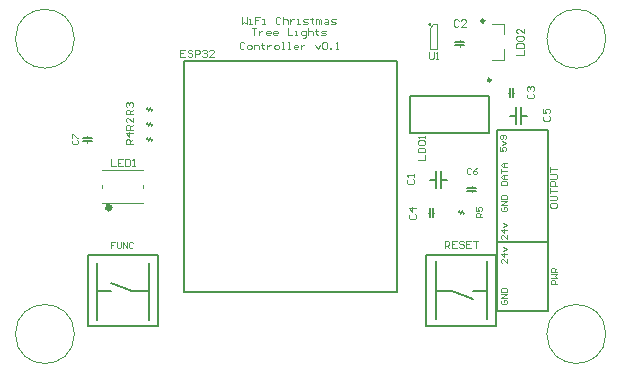
<source format=gto>
G04 Layer_Color=16777215*
%FSAX44Y44*%
%MOMM*%
G71*
G01*
G75*
%ADD22C,0.1270*%
%ADD24C,0.1524*%
%ADD25C,0.2032*%
%ADD34C,0.5000*%
%ADD35C,0.2500*%
%ADD36C,0.1016*%
%ADD37C,0.2000*%
D22*
X10457190Y10734771D02*
X10464810D01*
X10457190Y10732230D02*
X10464810D01*
X10850626Y10646876D02*
Y10741619D01*
X10782456Y10690376D02*
X10790076D01*
X10782456Y10692916D02*
X10790076D01*
X10818496Y10769413D02*
Y10777032D01*
X10821035Y10769413D02*
Y10777032D01*
X10750703Y10667794D02*
Y10675414D01*
X10753243Y10667794D02*
Y10675414D01*
X10772339Y10813638D02*
X10779958D01*
X10772339Y10816178D02*
X10779958D01*
X10807700Y10588202D02*
X10850626D01*
X10807700D02*
Y10646876D01*
X10850626D01*
X10807700D02*
Y10741619D01*
X10850626D01*
Y10588202D02*
Y10646876D01*
X10543075Y10800439D02*
X10723414D01*
Y10604860D02*
Y10800439D01*
X10543075Y10604860D02*
Y10800439D01*
Y10604860D02*
X10723414D01*
D24*
X10734224Y10770293D02*
X10801223D01*
X10734224Y10739292D02*
X10801223D01*
Y10770293D01*
X10734224Y10739292D02*
Y10770293D01*
X10823729Y10746818D02*
Y10761042D01*
X10828302Y10746818D02*
Y10761042D01*
X10819158Y10753929D02*
X10823729D01*
X10828302D02*
X10832874D01*
X10751365Y10699750D02*
X10755938D01*
X10760509D02*
X10765081D01*
X10755938Y10692638D02*
Y10706862D01*
X10760509Y10692638D02*
Y10706862D01*
D25*
X10481310Y10612516D02*
X10498835Y10605658D01*
X10461244Y10575658D02*
Y10635658D01*
X10512732Y10580511D02*
Y10629534D01*
X10468732Y10580511D02*
Y10629534D01*
X10498835Y10605658D02*
X10512732D01*
X10468732D02*
X10481310D01*
X10787141Y10605658D02*
X10799719D01*
X10755719D02*
X10769615D01*
X10799719Y10581781D02*
Y10630803D01*
X10755719Y10581781D02*
Y10630803D01*
X10807207Y10575658D02*
Y10635658D01*
X10769615Y10605658D02*
X10787141Y10598799D01*
D34*
X10479895Y10675966D02*
G03*
X10479895Y10675966I-00001000J00000000D01*
G01*
D35*
X10802473Y10784043D02*
G03*
X10802473Y10784043I-00001250J00000000D01*
G01*
X10797000Y10834086D02*
G03*
X10797000Y10834086I-00001250J00000000D01*
G01*
X10750808Y10831160D02*
G03*
X10750809Y10831230I-00001248J00000070D01*
G01*
D36*
X10449974Y10819000D02*
G03*
X10449974Y10819000I-00024975J00000000D01*
G01*
Y10569000D02*
G03*
X10449974Y10569000I-00024975J00000000D01*
G01*
X10899949D02*
G03*
X10899949Y10569000I-00024975J00000000D01*
G01*
Y10819000D02*
G03*
X10899949Y10819000I-00024975J00000000D01*
G01*
X10473337Y10680000D02*
X10508337D01*
X10473337Y10708000D02*
X10508337D01*
X10473561Y10692476D02*
Y10695524D01*
X10508359Y10692476D02*
Y10695524D01*
X10461000Y10734771D02*
Y10736294D01*
Y10730706D02*
Y10732230D01*
X10786266Y10688853D02*
Y10690376D01*
Y10692916D02*
Y10694441D01*
X10816971Y10773223D02*
X10818496D01*
X10821035D02*
X10822560D01*
X10749178Y10671604D02*
X10750703D01*
X10753243D02*
X10754767D01*
X10776149Y10812114D02*
Y10813638D01*
Y10816178D02*
Y10817703D01*
X10774562Y10672062D02*
X10775483Y10674136D01*
X10776754Y10670326D01*
X10778024Y10674136D01*
X10779293Y10670326D01*
X10780310Y10672104D01*
X10510206Y10759800D02*
X10511222Y10761578D01*
X10512491Y10757769D01*
X10513762Y10761578D01*
X10515032Y10757769D01*
X10515953Y10759841D01*
X10515032Y10745068D02*
X10515953Y10747142D01*
X10513762Y10748878D02*
X10515032Y10745068D01*
X10512491D02*
X10513762Y10748878D01*
X10511222D02*
X10512491Y10745068D01*
X10510206Y10747100D02*
X10511222Y10748878D01*
X10510206Y10734399D02*
X10511222Y10736178D01*
X10512491Y10732368D01*
X10513762Y10736178D01*
X10515032Y10732368D01*
X10515953Y10734442D01*
X10803750Y10831335D02*
X10813750D01*
Y10822593D02*
Y10831335D01*
X10803750Y10801335D02*
X10813750D01*
Y10810077D01*
X10750856Y10810000D02*
X10756855D01*
Y10831390D01*
X10750856Y10828390D02*
X10753856Y10831390D01*
X10756855D01*
X10750856Y10828390D02*
X10750856Y10810000D01*
X10591941Y10837644D02*
Y10831550D01*
X10593972Y10833582D01*
X10596003Y10831550D01*
Y10837644D01*
X10598035Y10831550D02*
X10600066D01*
X10599050D01*
Y10835613D01*
X10598035D01*
X10607177Y10837644D02*
X10603113D01*
Y10834597D01*
X10605145D01*
X10603113D01*
Y10831550D01*
X10609208D02*
X10611239D01*
X10610223D01*
Y10835613D01*
X10609208D01*
X10624442Y10836628D02*
X10623427Y10837644D01*
X10621395D01*
X10620380Y10836628D01*
Y10832566D01*
X10621395Y10831550D01*
X10623427D01*
X10624442Y10832566D01*
X10626473Y10837644D02*
Y10831550D01*
Y10834597D01*
X10627489Y10835613D01*
X10629520D01*
X10630536Y10834597D01*
Y10831550D01*
X10632568Y10835613D02*
Y10831550D01*
Y10833582D01*
X10633584Y10834597D01*
X10634600Y10835613D01*
X10635615D01*
X10638662Y10831550D02*
X10640693D01*
X10639678D01*
Y10835613D01*
X10638662D01*
X10643740Y10831550D02*
X10646787D01*
X10647803Y10832566D01*
X10646787Y10833582D01*
X10644756D01*
X10643740Y10834597D01*
X10644756Y10835613D01*
X10647803D01*
X10650850Y10836628D02*
Y10835613D01*
X10649834D01*
X10651865D01*
X10650850D01*
Y10832566D01*
X10651865Y10831550D01*
X10654912D02*
Y10835613D01*
X10655928D01*
X10656943Y10834597D01*
Y10831550D01*
Y10834597D01*
X10657959Y10835613D01*
X10658975Y10834597D01*
Y10831550D01*
X10662023Y10835613D02*
X10664054D01*
X10665070Y10834597D01*
Y10831550D01*
X10662023D01*
X10661007Y10832566D01*
X10662023Y10833582D01*
X10665070D01*
X10667101Y10831550D02*
X10670148D01*
X10671163Y10832566D01*
X10670148Y10833582D01*
X10668116D01*
X10667101Y10834597D01*
X10668116Y10835613D01*
X10671163D01*
X10600066Y10827893D02*
X10604128D01*
X10602097D01*
Y10821798D01*
X10606161Y10825861D02*
Y10821798D01*
Y10823829D01*
X10607177Y10824846D01*
X10608192Y10825861D01*
X10609208D01*
X10615302Y10821798D02*
X10613270D01*
X10612255Y10822814D01*
Y10824846D01*
X10613270Y10825861D01*
X10615302D01*
X10616317Y10824846D01*
Y10823829D01*
X10612255D01*
X10621395Y10821798D02*
X10619364D01*
X10618348Y10822814D01*
Y10824846D01*
X10619364Y10825861D01*
X10621395D01*
X10622411Y10824846D01*
Y10823829D01*
X10618348D01*
X10630536Y10827893D02*
Y10821798D01*
X10634600D01*
X10636631D02*
X10638662D01*
X10637646D01*
Y10825861D01*
X10636631D01*
X10643740Y10819767D02*
X10644756D01*
X10645771Y10820782D01*
Y10825861D01*
X10642725D01*
X10641709Y10824846D01*
Y10822814D01*
X10642725Y10821798D01*
X10645771D01*
X10647803Y10827893D02*
Y10821798D01*
Y10824846D01*
X10648818Y10825861D01*
X10650850D01*
X10651865Y10824846D01*
Y10821798D01*
X10654912Y10826877D02*
Y10825861D01*
X10653896D01*
X10655928D01*
X10654912D01*
Y10822814D01*
X10655928Y10821798D01*
X10658975D02*
X10662023D01*
X10663038Y10822814D01*
X10662023Y10823829D01*
X10659991D01*
X10658975Y10824846D01*
X10659991Y10825861D01*
X10663038D01*
X10593972Y10815094D02*
X10592957Y10816110D01*
X10590925D01*
X10589910Y10815094D01*
Y10811031D01*
X10590925Y10810016D01*
X10592957D01*
X10593972Y10811031D01*
X10597019Y10810016D02*
X10599050D01*
X10600066Y10811031D01*
Y10813063D01*
X10599050Y10814078D01*
X10597019D01*
X10596003Y10813063D01*
Y10811031D01*
X10597019Y10810016D01*
X10602097D02*
Y10814078D01*
X10605145D01*
X10606161Y10813063D01*
Y10810016D01*
X10609208Y10815094D02*
Y10814078D01*
X10608192D01*
X10610223D01*
X10609208D01*
Y10811031D01*
X10610223Y10810016D01*
X10613270Y10814078D02*
Y10810016D01*
Y10812047D01*
X10614286Y10813063D01*
X10615302Y10814078D01*
X10616317D01*
X10620380Y10810016D02*
X10622411D01*
X10623427Y10811031D01*
Y10813063D01*
X10622411Y10814078D01*
X10620380D01*
X10619364Y10813063D01*
Y10811031D01*
X10620380Y10810016D01*
X10625458D02*
X10627489D01*
X10626473D01*
Y10816110D01*
X10625458D01*
X10630536Y10810016D02*
X10632568D01*
X10631552D01*
Y10816110D01*
X10630536D01*
X10638662Y10810016D02*
X10636631D01*
X10635615Y10811031D01*
Y10813063D01*
X10636631Y10814078D01*
X10638662D01*
X10639678Y10813063D01*
Y10812047D01*
X10635615D01*
X10641709Y10814078D02*
Y10810016D01*
Y10812047D01*
X10642725Y10813063D01*
X10643740Y10814078D01*
X10644756D01*
X10653896D02*
X10655928Y10810016D01*
X10657959Y10814078D01*
X10659991Y10815094D02*
X10661007Y10816110D01*
X10663038D01*
X10664054Y10815094D01*
Y10811031D01*
X10663038Y10810016D01*
X10661007D01*
X10659991Y10811031D01*
Y10815094D01*
X10666085Y10810016D02*
Y10811031D01*
X10667101D01*
Y10810016D01*
X10666085D01*
X10671163D02*
X10673195D01*
X10672179D01*
Y10816110D01*
X10671163Y10815094D01*
X10852656Y10679047D02*
Y10677015D01*
X10853672Y10676000D01*
X10857734D01*
X10858750Y10677015D01*
Y10679047D01*
X10857734Y10680062D01*
X10853672D01*
X10852656Y10679047D01*
Y10682094D02*
X10857734D01*
X10858750Y10683109D01*
Y10685142D01*
X10857734Y10686157D01*
X10852656D01*
Y10688188D02*
Y10692251D01*
Y10690220D01*
X10858750D01*
Y10694282D02*
X10852656D01*
Y10697329D01*
X10853672Y10698345D01*
X10855703D01*
X10856719Y10697329D01*
Y10694282D01*
X10852656Y10700376D02*
X10857734D01*
X10858750Y10701392D01*
Y10703423D01*
X10857734Y10704438D01*
X10852656D01*
Y10706470D02*
Y10710532D01*
Y10708501D01*
X10858750D01*
X10449019Y10733136D02*
X10448171Y10732289D01*
Y10730597D01*
X10449019Y10729750D01*
X10452404D01*
X10453250Y10730597D01*
Y10732289D01*
X10452404Y10733136D01*
X10448171Y10734828D02*
Y10738214D01*
X10449019D01*
X10452404Y10734828D01*
X10453250D01*
X10858242Y10611750D02*
X10853164D01*
Y10614290D01*
X10854010Y10615135D01*
X10855703D01*
X10856549Y10614290D01*
Y10611750D01*
X10853164Y10616829D02*
X10858242D01*
X10856549Y10618521D01*
X10858242Y10620214D01*
X10853164D01*
X10858242Y10621907D02*
X10853164D01*
Y10624446D01*
X10854010Y10625292D01*
X10855703D01*
X10856549Y10624446D01*
Y10621907D01*
Y10623600D02*
X10858242Y10625292D01*
X10775312Y10834329D02*
X10774297Y10835344D01*
X10772266D01*
X10771250Y10834329D01*
Y10830266D01*
X10772266Y10829250D01*
X10774297D01*
X10775312Y10830266D01*
X10781406Y10829250D02*
X10777344D01*
X10781406Y10833313D01*
Y10834329D01*
X10780391Y10835344D01*
X10778359D01*
X10777344Y10834329D01*
X10824156Y10805250D02*
X10830250D01*
Y10809313D01*
X10824156Y10811344D02*
X10830250D01*
Y10814391D01*
X10829235Y10815406D01*
X10825172D01*
X10824156Y10814391D01*
Y10811344D01*
Y10820485D02*
Y10818453D01*
X10825172Y10817438D01*
X10829235D01*
X10830250Y10818453D01*
Y10820485D01*
X10829235Y10821500D01*
X10825172D01*
X10824156Y10820485D01*
X10830250Y10827595D02*
Y10823531D01*
X10826188Y10827595D01*
X10825172D01*
X10824156Y10826580D01*
Y10824547D01*
X10825172Y10823531D01*
X10499500Y10729750D02*
X10493406D01*
Y10732797D01*
X10494421Y10733812D01*
X10496453D01*
X10497468Y10732797D01*
Y10729750D01*
Y10731781D02*
X10499500Y10733812D01*
Y10738892D02*
X10493406D01*
X10496453Y10735844D01*
Y10739907D01*
X10499500Y10742100D02*
X10493406D01*
Y10745146D01*
X10494421Y10746162D01*
X10496453D01*
X10497468Y10745146D01*
Y10742100D01*
Y10744131D02*
X10499500Y10746162D01*
Y10752257D02*
Y10748195D01*
X10495437Y10752257D01*
X10494421D01*
X10493406Y10751241D01*
Y10749210D01*
X10494421Y10748195D01*
X10480750Y10717094D02*
Y10711000D01*
X10484813D01*
X10490907Y10717094D02*
X10486844D01*
Y10711000D01*
X10490907D01*
X10486844Y10714047D02*
X10488876D01*
X10492938Y10717094D02*
Y10711000D01*
X10495985D01*
X10497001Y10712015D01*
Y10716078D01*
X10495985Y10717094D01*
X10492938D01*
X10499032Y10711000D02*
X10501063D01*
X10500048D01*
Y10717094D01*
X10499032Y10716078D01*
X10499500Y10754965D02*
X10493406D01*
Y10758011D01*
X10494421Y10759027D01*
X10496453D01*
X10497468Y10758011D01*
Y10754965D01*
Y10756996D02*
X10499500Y10759027D01*
X10494421Y10761060D02*
X10493406Y10762075D01*
Y10764106D01*
X10494421Y10765122D01*
X10495437D01*
X10496453Y10764106D01*
Y10763091D01*
Y10764106D01*
X10497468Y10765122D01*
X10498484D01*
X10499500Y10764106D01*
Y10762075D01*
X10498484Y10761060D01*
X10733922Y10670563D02*
X10732906Y10669547D01*
Y10667516D01*
X10733922Y10666500D01*
X10737985D01*
X10739000Y10667516D01*
Y10669547D01*
X10737985Y10670563D01*
X10739000Y10675641D02*
X10732906D01*
X10735953Y10672594D01*
Y10676656D01*
X10833922Y10772562D02*
X10832906Y10771547D01*
Y10769515D01*
X10833922Y10768500D01*
X10837985D01*
X10839000Y10769515D01*
Y10771547D01*
X10837985Y10772562D01*
X10833922Y10774594D02*
X10832906Y10775609D01*
Y10777642D01*
X10833922Y10778657D01*
X10834938D01*
X10835953Y10777642D01*
Y10776626D01*
Y10777642D01*
X10836969Y10778657D01*
X10837985D01*
X10839000Y10777642D01*
Y10775609D01*
X10837985Y10774594D01*
X10740900Y10716737D02*
X10746993D01*
Y10720800D01*
X10740900Y10722831D02*
X10746993D01*
Y10725878D01*
X10745978Y10726893D01*
X10741915D01*
X10740900Y10725878D01*
Y10722831D01*
Y10731971D02*
Y10729940D01*
X10741915Y10728925D01*
X10745978D01*
X10746993Y10729940D01*
Y10731971D01*
X10745978Y10732987D01*
X10741915D01*
X10740900Y10731971D01*
X10746993Y10735018D02*
Y10737050D01*
Y10736034D01*
X10740900D01*
X10741915Y10735018D01*
X10543812Y10809844D02*
X10539750D01*
Y10803750D01*
X10543812D01*
X10539750Y10806797D02*
X10541781D01*
X10549907Y10808828D02*
X10548892Y10809844D01*
X10546859D01*
X10545844Y10808828D01*
Y10807812D01*
X10546859Y10806797D01*
X10548892D01*
X10549907Y10805781D01*
Y10804766D01*
X10548892Y10803750D01*
X10546859D01*
X10545844Y10804766D01*
X10551938Y10803750D02*
Y10809844D01*
X10554985D01*
X10556001Y10808828D01*
Y10806797D01*
X10554985Y10805781D01*
X10551938D01*
X10558032Y10808828D02*
X10559048Y10809844D01*
X10561079D01*
X10562095Y10808828D01*
Y10807812D01*
X10561079Y10806797D01*
X10560063D01*
X10561079D01*
X10562095Y10805781D01*
Y10804766D01*
X10561079Y10803750D01*
X10559048D01*
X10558032Y10804766D01*
X10568188Y10803750D02*
X10564126D01*
X10568188Y10807812D01*
Y10808828D01*
X10567173Y10809844D01*
X10565142D01*
X10564126Y10808828D01*
X10732512Y10700275D02*
X10731497Y10699259D01*
Y10697228D01*
X10732512Y10696212D01*
X10736576D01*
X10737592Y10697228D01*
Y10699259D01*
X10736576Y10700275D01*
X10737592Y10702306D02*
Y10704338D01*
Y10703323D01*
X10731497D01*
X10732512Y10702306D01*
X10847422Y10753812D02*
X10846406Y10752797D01*
Y10750765D01*
X10847422Y10749750D01*
X10851484D01*
X10852500Y10750765D01*
Y10752797D01*
X10851484Y10753812D01*
X10846406Y10759907D02*
Y10755844D01*
X10849453D01*
X10848438Y10757876D01*
Y10758892D01*
X10849453Y10759907D01*
X10851484D01*
X10852500Y10758892D01*
Y10756860D01*
X10851484Y10755844D01*
X10763500Y10641750D02*
Y10647844D01*
X10766547D01*
X10767562Y10646829D01*
Y10644797D01*
X10766547Y10643782D01*
X10763500D01*
X10765531D02*
X10767562Y10641750D01*
X10773657Y10647844D02*
X10769594D01*
Y10641750D01*
X10773657D01*
X10769594Y10644797D02*
X10771626D01*
X10779751Y10646829D02*
X10778735Y10647844D01*
X10776704D01*
X10775688Y10646829D01*
Y10645813D01*
X10776704Y10644797D01*
X10778735D01*
X10779751Y10643782D01*
Y10642766D01*
X10778735Y10641750D01*
X10776704D01*
X10775688Y10642766D01*
X10785845Y10647844D02*
X10781782D01*
Y10641750D01*
X10785845D01*
X10781782Y10644797D02*
X10783813D01*
X10787876Y10647844D02*
X10791938D01*
X10789907D01*
Y10641750D01*
X10750000Y10807844D02*
Y10802766D01*
X10751016Y10801750D01*
X10753047D01*
X10754062Y10802766D01*
Y10807844D01*
X10756094Y10801750D02*
X10758125D01*
X10757109D01*
Y10807844D01*
X10756094Y10806829D01*
X10484696Y10646804D02*
X10481310D01*
Y10644265D01*
X10483003D01*
X10481310D01*
Y10641726D01*
X10486388Y10646804D02*
Y10642572D01*
X10487235Y10641726D01*
X10488927D01*
X10489774Y10642572D01*
Y10646804D01*
X10491467Y10641726D02*
Y10646804D01*
X10494852Y10641726D01*
Y10646804D01*
X10499930Y10645957D02*
X10499084Y10646804D01*
X10497391D01*
X10496545Y10645957D01*
Y10642572D01*
X10497391Y10641726D01*
X10499084D01*
X10499930Y10642572D01*
X10795250Y10667750D02*
X10790172D01*
Y10670289D01*
X10791018Y10671135D01*
X10792711D01*
X10793557Y10670289D01*
Y10667750D01*
Y10669443D02*
X10795250Y10671135D01*
X10790172Y10676213D02*
Y10672828D01*
X10792711D01*
X10791864Y10674521D01*
Y10675367D01*
X10792711Y10676213D01*
X10794403D01*
X10795250Y10675367D01*
Y10673674D01*
X10794403Y10672828D01*
X10785636Y10708574D02*
X10784789Y10709420D01*
X10783097D01*
X10782250Y10708574D01*
Y10705188D01*
X10783097Y10704342D01*
X10784789D01*
X10785636Y10705188D01*
X10790714Y10709420D02*
X10789021Y10708574D01*
X10787328Y10706881D01*
Y10705188D01*
X10788175Y10704342D01*
X10789867D01*
X10790714Y10705188D01*
Y10706035D01*
X10789867Y10706881D01*
X10787328D01*
X10812268Y10597635D02*
X10811422Y10596790D01*
Y10595096D01*
X10812268Y10594250D01*
X10815653D01*
X10816500Y10595096D01*
Y10596790D01*
X10815653Y10597635D01*
X10813961D01*
Y10595942D01*
X10816500Y10599329D02*
X10811422D01*
X10816500Y10602714D01*
X10811422D01*
Y10604407D02*
X10816500D01*
Y10606946D01*
X10815653Y10607792D01*
X10812268D01*
X10811422Y10606946D01*
Y10604407D01*
X10816000Y10632385D02*
Y10629000D01*
X10812615Y10632385D01*
X10811768D01*
X10810922Y10631539D01*
Y10629846D01*
X10811768Y10629000D01*
X10816000Y10636617D02*
X10810922D01*
X10813461Y10634078D01*
Y10637463D01*
X10812615Y10639156D02*
X10816000Y10640850D01*
X10812615Y10642543D01*
X10816000Y10652886D02*
Y10649500D01*
X10812615Y10652886D01*
X10811768D01*
X10810922Y10652040D01*
Y10650347D01*
X10811768Y10649500D01*
X10816000Y10657118D02*
X10810922D01*
X10813461Y10654579D01*
Y10657964D01*
X10812615Y10659657D02*
X10816000Y10661350D01*
X10812615Y10663042D01*
X10811838Y10676444D02*
X10810991Y10675597D01*
Y10673904D01*
X10811838Y10673058D01*
X10815223D01*
X10816071Y10673904D01*
Y10675597D01*
X10815223Y10676444D01*
X10813530D01*
Y10674751D01*
X10816071Y10678136D02*
X10810991D01*
X10816071Y10681522D01*
X10810991D01*
Y10683214D02*
X10816071D01*
Y10685754D01*
X10815223Y10686600D01*
X10811838D01*
X10810991Y10685754D01*
Y10683214D01*
X10810569Y10727029D02*
Y10723644D01*
X10813108D01*
X10812261Y10725336D01*
Y10726183D01*
X10813108Y10727029D01*
X10814800D01*
X10815647Y10726183D01*
Y10724490D01*
X10814800Y10723644D01*
X10812261Y10728722D02*
X10815647Y10730414D01*
X10812261Y10732107D01*
X10814800Y10733800D02*
X10815647Y10734646D01*
Y10736339D01*
X10814800Y10737185D01*
X10811415D01*
X10810569Y10736339D01*
Y10734646D01*
X10811415Y10733800D01*
X10812261D01*
X10813108Y10734646D01*
Y10737185D01*
X10810823Y10695574D02*
X10815901D01*
Y10698113D01*
X10815054Y10698960D01*
X10811669D01*
X10810823Y10698113D01*
Y10695574D01*
X10815901Y10700653D02*
X10812515D01*
X10810823Y10702345D01*
X10812515Y10704038D01*
X10815901D01*
X10813362D01*
Y10700653D01*
X10810823Y10705731D02*
Y10709116D01*
Y10707423D01*
X10815901D01*
Y10710809D02*
X10812515D01*
X10810823Y10712502D01*
X10812515Y10714194D01*
X10815901D01*
X10813362D01*
Y10710809D01*
D37*
X10520934Y10575658D02*
Y10635658D01*
X10461244D02*
X10520934D01*
X10461244Y10575658D02*
X10520934D01*
X10747517Y10635658D02*
X10807207D01*
X10747517Y10575658D02*
X10807207D01*
X10747517D02*
Y10635658D01*
M02*

</source>
